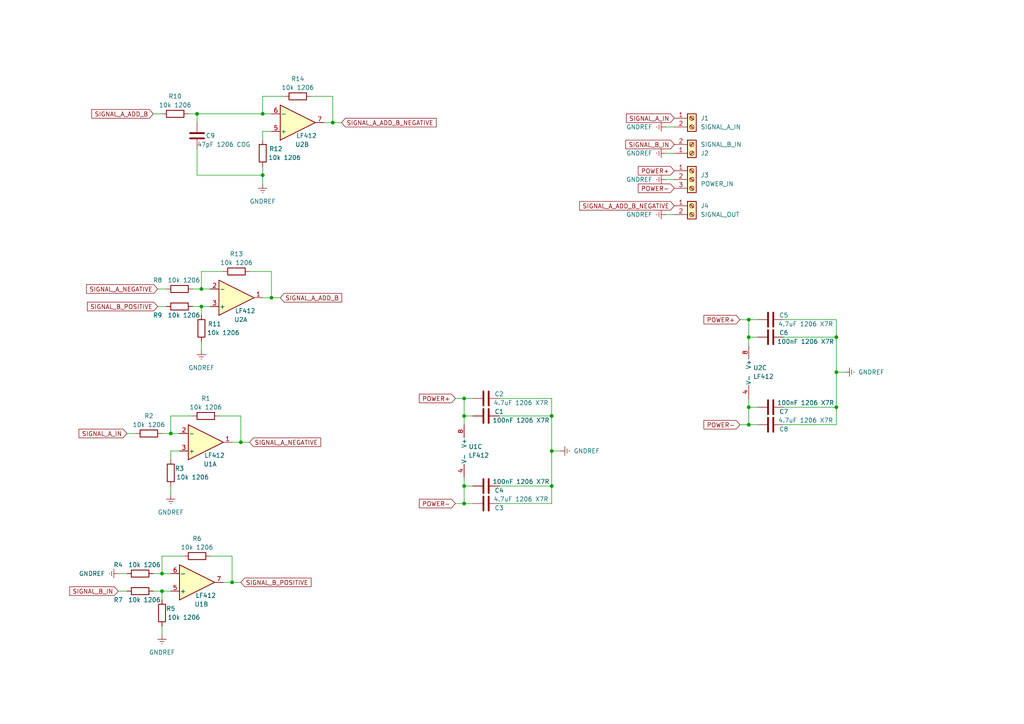
<source format=kicad_sch>
(kicad_sch (version 20230121) (generator eeschema)
  (paper "A4")
  (lib_symbols
    (symbol "Amplifier_Operational:LF412" (pin_names (offset 0.127))
      (property "Reference" "U" (at 0 5.08 0))
      (property "Value" "LF412" (at 0 -5.08 0))
      (symbol "LF412_1_1"
        (polyline (pts (xy -5.08 5.08) (xy 5.08 0) (xy -5.08 -5.08) (xy -5.08 5.08)) (stroke (width 0.254)) (fill (type background)))
        (pin output line (at 7.62 0 180) (length 2.54) (name "~") (number "1"))
        (pin input line (at -7.62 -2.54 0) (length 2.54) (name "-") (number "2"))
        (pin input line (at -7.62 2.54 0) (length 2.54) (name "+") (number "3"))
      )
      (symbol "LF412_2_1"
        (polyline (pts (xy -5.08 5.08) (xy 5.08 0) (xy -5.08 -5.08) (xy -5.08 5.08)) (stroke (width 0.254)) (fill (type background)))
        (pin input line (at -7.62 2.54 0) (length 2.54) (name "+") (number "5"))
        (pin input line (at -7.62 -2.54 0) (length 2.54) (name "-") (number "6"))
        (pin output line (at 7.62 0 180) (length 2.54) (name "~") (number "7"))
      )
      (symbol "LF412_3_1"
        (pin power_in line (at -2.54 -7.62 90) (length 3.81) (name "V-") (number "4"))
        (pin power_in line (at -2.54 7.62 270) (length 3.81) (name "V+") (number "8"))
      )
    )
    (symbol "Connector:Screw_Terminal_01x02" (pin_names (offset 1.016) hide)
      (property "Reference" "J" (at 0 2.54 0))
      (property "Value" "Screw_Terminal_01x02" (at 0 -5.08 0))
      (symbol "Screw_Terminal_01x02_1_1"
        (rectangle (start -1.27 1.27) (end 1.27 -3.81) (stroke (width 0.254)) (fill (type background)))
        (circle (center 0 -2.54) (radius 0.635) (stroke (width 0.1524)))
        (polyline (pts (xy -0.5334 -2.2098) (xy 0.3302 -3.048)) (stroke (width 0.1524)))
        (polyline (pts (xy -0.5334 0.3302) (xy 0.3302 -0.508)) (stroke (width 0.1524)))
        (polyline (pts (xy -0.3556 -2.032) (xy 0.508 -2.8702)) (stroke (width 0.1524)))
        (polyline (pts (xy -0.3556 0.508) (xy 0.508 -0.3302)) (stroke (width 0.1524)))
        (circle (center 0 0) (radius 0.635) (stroke (width 0.1524)))
        (pin passive line (at -5.08 0 0) (length 3.81) (name "Pin_1") (number "1"))
        (pin passive line (at -5.08 -2.54 0) (length 3.81) (name "Pin_2") (number "2"))
      )
    )
    (symbol "Connector:Screw_Terminal_01x03" (pin_names (offset 1.016) hide)
      (property "Reference" "J" (at 0 5.08 0))
      (property "Value" "Screw_Terminal_01x03" (at 0 -5.08 0))
      (symbol "Screw_Terminal_01x03_1_1"
        (rectangle (start -1.27 3.81) (end 1.27 -3.81) (stroke (width 0.254)) (fill (type background)))
        (circle (center 0 -2.54) (radius 0.635) (stroke (width 0.1524)))
        (polyline (pts (xy -0.5334 -2.2098) (xy 0.3302 -3.048)) (stroke (width 0.1524)))
        (polyline (pts (xy -0.5334 0.3302) (xy 0.3302 -0.508)) (stroke (width 0.1524)))
        (polyline (pts (xy -0.5334 2.8702) (xy 0.3302 2.032)) (stroke (width 0.1524)))
        (polyline (pts (xy -0.3556 -2.032) (xy 0.508 -2.8702)) (stroke (width 0.1524)))
        (polyline (pts (xy -0.3556 0.508) (xy 0.508 -0.3302)) (stroke (width 0.1524)))
        (polyline (pts (xy -0.3556 3.048) (xy 0.508 2.2098)) (stroke (width 0.1524)))
        (circle (center 0 0) (radius 0.635) (stroke (width 0.1524)))
        (circle (center 0 2.54) (radius 0.635) (stroke (width 0.1524)))
        (pin passive line (at -5.08 2.54 0) (length 3.81) (name "Pin_1") (number "1"))
        (pin passive line (at -5.08 0 0) (length 3.81) (name "Pin_2") (number "2"))
        (pin passive line (at -5.08 -2.54 0) (length 3.81) (name "Pin_3") (number "3"))
      )
    )
    (symbol "Device:C" (pin_numbers hide) (pin_names (offset 0.254))
      (property "Reference" "C" (at 0.635 2.54 0))
      (property "Value" "C" (at 0.635 -2.54 0))
      (symbol "C_0_1"
        (polyline (pts (xy -2.032 -0.762) (xy 2.032 -0.762)) (stroke (width 0.508)))
        (polyline (pts (xy -2.032 0.762) (xy 2.032 0.762)) (stroke (width 0.508)))
      )
      (symbol "C_1_1"
        (pin passive line (at 0 3.81 270) (length 2.794) (name "~") (number "1"))
        (pin passive line (at 0 -3.81 90) (length 2.794) (name "~") (number "2"))
      )
    )
    (symbol "Device:R" (pin_numbers hide) (pin_names (offset 0))
      (property "Reference" "R" (at 2.032 0 90))
      (property "Value" "R" (at 0 0 90))
      (symbol "R_0_1"
        (rectangle (start -1.016 -2.54) (end 1.016 2.54) (stroke (width 0.254)))
      )
      (symbol "R_1_1"
        (pin passive line (at 0 3.81 270) (length 1.27) (name "~") (number "1"))
        (pin passive line (at 0 -3.81 90) (length 1.27) (name "~") (number "2"))
      )
    )
    (symbol "power:GNDREF" (power) (pin_names (offset 0))
      (property "Value" "GNDREF" (at 0 -3.81 0))
      (symbol "GNDREF_0_1"
        (polyline (pts (xy -0.635 -1.905) (xy 0.635 -1.905)))
        (polyline (pts (xy -0.127 -2.54) (xy 0.127 -2.54)))
        (polyline (pts (xy 0 -1.27) (xy 0 0)))
        (polyline (pts (xy 1.27 -1.27) (xy -1.27 -1.27)))
      )
      (symbol "GNDREF_1_1"
        (pin power_in line (at 0 0 270) (length 0) hide (name "GNDREF") (number "1"))
      )
    )
  )
  (junction (at 67.31 168.91))
  (junction (at 69.85 128.27))
  (junction (at 78.74 86.36))
  (junction (at 217.17 92.71))
  (junction (at 242.57 118.11))
  (junction (at 134.62 146.05))
  (junction (at 217.17 97.79))
  (junction (at 134.62 115.57))
  (junction (at 96.52 35.56))
  (junction (at 49.53 125.73))
  (junction (at 160.02 130.81))
  (junction (at 160.02 140.97))
  (junction (at 217.17 123.19))
  (junction (at 160.02 120.65))
  (junction (at 46.99 166.37))
  (junction (at 242.57 107.95))
  (junction (at 76.2 33.02))
  (junction (at 58.42 83.82))
  (junction (at 217.17 118.11))
  (junction (at 242.57 97.79))
  (junction (at 134.62 140.97))
  (junction (at 58.42 88.9))
  (junction (at 76.2 50.8))
  (junction (at 57.15 33.02))
  (junction (at 46.99 171.45))
  (junction (at 134.62 120.65))
  (wire (pts (xy 53.34 161.29) (xy 46.99 161.29)))
  (wire (pts (xy 227.33 97.79) (xy 242.57 97.79)))
  (wire (pts (xy 144.78 146.05) (xy 160.02 146.05)))
  (wire (pts (xy 57.15 43.18) (xy 57.15 50.8)))
  (wire (pts (xy 90.17 27.94) (xy 96.52 27.94)))
  (wire (pts (xy 217.17 118.11) (xy 217.17 115.57)))
  (wire (pts (xy 76.2 50.8) (xy 76.2 53.34)))
  (wire (pts (xy 57.15 33.02) (xy 76.2 33.02)))
  (wire (pts (xy 44.45 166.37) (xy 46.99 166.37)))
  (wire (pts (xy 76.2 48.26) (xy 76.2 50.8)))
  (wire (pts (xy 242.57 97.79) (xy 242.57 92.71)))
  (wire (pts (xy 193.04 36.83) (xy 195.58 36.83)))
  (wire (pts (xy 144.78 120.65) (xy 160.02 120.65)))
  (wire (pts (xy 227.33 118.11) (xy 242.57 118.11)))
  (wire (pts (xy 193.04 62.23) (xy 195.58 62.23)))
  (wire (pts (xy 55.88 83.82) (xy 58.42 83.82)))
  (wire (pts (xy 64.77 78.74) (xy 58.42 78.74)))
  (wire (pts (xy 217.17 123.19) (xy 217.17 118.11)))
  (wire (pts (xy 96.52 27.94) (xy 96.52 35.56)))
  (wire (pts (xy 54.61 33.02) (xy 57.15 33.02)))
  (wire (pts (xy 160.02 120.65) (xy 160.02 115.57)))
  (wire (pts (xy 160.02 130.81) (xy 162.56 130.81)))
  (wire (pts (xy 69.85 128.27) (xy 72.39 128.27)))
  (wire (pts (xy 58.42 88.9) (xy 60.96 88.9)))
  (wire (pts (xy 58.42 83.82) (xy 60.96 83.82)))
  (wire (pts (xy 137.16 115.57) (xy 134.62 115.57)))
  (wire (pts (xy 134.62 120.65) (xy 134.62 123.19)))
  (wire (pts (xy 67.31 161.29) (xy 67.31 168.91)))
  (wire (pts (xy 49.53 140.97) (xy 49.53 143.51)))
  (wire (pts (xy 76.2 38.1) (xy 78.74 38.1)))
  (wire (pts (xy 214.63 92.71) (xy 217.17 92.71)))
  (wire (pts (xy 78.74 86.36) (xy 81.28 86.36)))
  (wire (pts (xy 60.96 161.29) (xy 67.31 161.29)))
  (wire (pts (xy 217.17 92.71) (xy 217.17 97.79)))
  (wire (pts (xy 242.57 107.95) (xy 245.11 107.95)))
  (wire (pts (xy 72.39 78.74) (xy 78.74 78.74)))
  (wire (pts (xy 46.99 181.61) (xy 46.99 184.15)))
  (wire (pts (xy 34.29 171.45) (xy 36.83 171.45)))
  (wire (pts (xy 69.85 128.27) (xy 67.31 128.27)))
  (wire (pts (xy 34.29 166.37) (xy 36.83 166.37)))
  (wire (pts (xy 214.63 123.19) (xy 217.17 123.19)))
  (wire (pts (xy 76.2 27.94) (xy 76.2 33.02)))
  (wire (pts (xy 44.45 33.02) (xy 46.99 33.02)))
  (wire (pts (xy 137.16 146.05) (xy 134.62 146.05)))
  (wire (pts (xy 219.71 118.11) (xy 217.17 118.11)))
  (wire (pts (xy 242.57 92.71) (xy 227.33 92.71)))
  (wire (pts (xy 69.85 120.65) (xy 69.85 128.27)))
  (wire (pts (xy 46.99 173.99) (xy 46.99 171.45)))
  (wire (pts (xy 67.31 168.91) (xy 69.85 168.91)))
  (wire (pts (xy 144.78 140.97) (xy 160.02 140.97)))
  (wire (pts (xy 82.55 27.94) (xy 76.2 27.94)))
  (wire (pts (xy 78.74 78.74) (xy 78.74 86.36)))
  (wire (pts (xy 36.83 125.73) (xy 39.37 125.73)))
  (wire (pts (xy 96.52 35.56) (xy 93.98 35.56)))
  (wire (pts (xy 134.62 146.05) (xy 134.62 140.97)))
  (wire (pts (xy 227.33 123.19) (xy 242.57 123.19)))
  (wire (pts (xy 55.88 88.9) (xy 58.42 88.9)))
  (wire (pts (xy 219.71 92.71) (xy 217.17 92.71)))
  (wire (pts (xy 78.74 86.36) (xy 76.2 86.36)))
  (wire (pts (xy 193.04 44.45) (xy 195.58 44.45)))
  (wire (pts (xy 46.99 166.37) (xy 49.53 166.37)))
  (wire (pts (xy 49.53 125.73) (xy 52.07 125.73)))
  (wire (pts (xy 46.99 161.29) (xy 46.99 166.37)))
  (wire (pts (xy 242.57 107.95) (xy 242.57 97.79)))
  (wire (pts (xy 58.42 78.74) (xy 58.42 83.82)))
  (wire (pts (xy 134.62 140.97) (xy 134.62 138.43)))
  (wire (pts (xy 217.17 97.79) (xy 217.17 100.33)))
  (wire (pts (xy 44.45 171.45) (xy 46.99 171.45)))
  (wire (pts (xy 55.88 120.65) (xy 49.53 120.65)))
  (wire (pts (xy 49.53 120.65) (xy 49.53 125.73)))
  (wire (pts (xy 76.2 40.64) (xy 76.2 38.1)))
  (wire (pts (xy 160.02 140.97) (xy 160.02 130.81)))
  (wire (pts (xy 58.42 99.06) (xy 58.42 101.6)))
  (wire (pts (xy 46.99 125.73) (xy 49.53 125.73)))
  (wire (pts (xy 160.02 130.81) (xy 160.02 120.65)))
  (wire (pts (xy 132.08 146.05) (xy 134.62 146.05)))
  (wire (pts (xy 45.72 83.82) (xy 48.26 83.82)))
  (wire (pts (xy 76.2 33.02) (xy 78.74 33.02)))
  (wire (pts (xy 132.08 115.57) (xy 134.62 115.57)))
  (wire (pts (xy 242.57 123.19) (xy 242.57 118.11)))
  (wire (pts (xy 63.5 120.65) (xy 69.85 120.65)))
  (wire (pts (xy 58.42 91.44) (xy 58.42 88.9)))
  (wire (pts (xy 137.16 140.97) (xy 134.62 140.97)))
  (wire (pts (xy 219.71 97.79) (xy 217.17 97.79)))
  (wire (pts (xy 96.52 35.56) (xy 99.06 35.56)))
  (wire (pts (xy 160.02 146.05) (xy 160.02 140.97)))
  (wire (pts (xy 67.31 168.91) (xy 64.77 168.91)))
  (wire (pts (xy 45.72 88.9) (xy 48.26 88.9)))
  (wire (pts (xy 49.53 130.81) (xy 52.07 130.81)))
  (wire (pts (xy 193.04 52.07) (xy 195.58 52.07)))
  (wire (pts (xy 46.99 171.45) (xy 49.53 171.45)))
  (wire (pts (xy 160.02 115.57) (xy 144.78 115.57)))
  (wire (pts (xy 57.15 50.8) (xy 76.2 50.8)))
  (wire (pts (xy 242.57 118.11) (xy 242.57 107.95)))
  (wire (pts (xy 49.53 133.35) (xy 49.53 130.81)))
  (wire (pts (xy 57.15 33.02) (xy 57.15 35.56)))
  (wire (pts (xy 134.62 115.57) (xy 134.62 120.65)))
  (wire (pts (xy 137.16 120.65) (xy 134.62 120.65)))
  (wire (pts (xy 219.71 123.19) (xy 217.17 123.19)))
  (global_label "SIGNAL_A_IN" (shape input) (at 195.58 34.29 180) (property "Intersheetrefs" "${INTERSHEET_REFS}" (effects hide)))
  (global_label "SIGNAL_B_IN" (shape input) (at 34.29 171.45 180) (property "Intersheetrefs" "${INTERSHEET_REFS}" (effects hide)))
  (global_label "SIGNAL_A_ADD_B_NEGATIVE" (shape input) (at 195.58 59.69 180) (property "Intersheetrefs" "${INTERSHEET_REFS}" (effects hide)))
  (global_label "SIGNAL_A_ADD_B_NEGATIVE" (shape input) (at 99.06 35.56 0) (property "Intersheetrefs" "${INTERSHEET_REFS}" (effects hide)))
  (global_label "POWER+" (shape input) (at 195.58 49.53 180) (property "Intersheetrefs" "${INTERSHEET_REFS}" (effects hide)))
  (global_label "SIGNAL_A_NEGATIVE" (shape input) (at 72.39 128.27 0) (property "Intersheetrefs" "${INTERSHEET_REFS}" (effects hide)))
  (global_label "SIGNAL_A_IN" (shape input) (at 36.83 125.73 180) (property "Intersheetrefs" "${INTERSHEET_REFS}" (effects hide)))
  (global_label "POWER-" (shape input) (at 214.63 123.19 180) (property "Intersheetrefs" "${INTERSHEET_REFS}" (effects hide)))
  (global_label "POWER+" (shape input) (at 132.08 115.57 180) (property "Intersheetrefs" "${INTERSHEET_REFS}" (effects hide)))
  (global_label "POWER-" (shape input) (at 132.08 146.05 180) (property "Intersheetrefs" "${INTERSHEET_REFS}" (effects hide)))
  (global_label "POWER-" (shape input) (at 195.58 54.61 180) (property "Intersheetrefs" "${INTERSHEET_REFS}" (effects hide)))
  (global_label "SIGNAL_A_ADD_B" (shape input) (at 81.28 86.36 0) (property "Intersheetrefs" "${INTERSHEET_REFS}" (effects hide)))
  (global_label "SIGNAL_B_POSITIVE" (shape input) (at 69.85 168.91 0) (property "Intersheetrefs" "${INTERSHEET_REFS}" (effects hide)))
  (global_label "SIGNAL_A_NEGATIVE" (shape input) (at 45.72 83.82 180) (property "Intersheetrefs" "${INTERSHEET_REFS}" (effects hide)))
  (global_label "SIGNAL_B_POSITIVE" (shape input) (at 45.72 88.9 180) (property "Intersheetrefs" "${INTERSHEET_REFS}" (effects hide)))
  (global_label "SIGNAL_B_IN" (shape input) (at 195.58 41.91 180) (property "Intersheetrefs" "${INTERSHEET_REFS}" (effects hide)))
  (global_label "POWER+" (shape input) (at 214.63 92.71 180) (property "Intersheetrefs" "${INTERSHEET_REFS}" (effects hide)))
  (global_label "SIGNAL_A_ADD_B" (shape input) (at 44.45 33.02 180) (property "Intersheetrefs" "${INTERSHEET_REFS}" (effects hide)))
  (symbol (lib_id "Device:R") (at 46.99 177.8 180) (unit 1)
    (property "Reference" "R5" (at 49.53 176.53 0))
    (property "Value" "10k 1206" (at 53.34 179.07 0))
    (property "Footprint" "Resistor_SMD:R_1206_3216Metric" (effects hide))
  )
  (symbol (lib_id "Device:C") (at 140.97 146.05 90) (mirror x) (unit 1)
    (property "Reference" "C3" (at 144.78 147.32 90))
    (property "Value" "4.7uF 1206 X7R" (at 151.13 144.78 90))
    (property "Footprint" "Capacitor_SMD:C_1206_3216Metric" (effects hide))
  )
  (symbol (lib_id "Device:R") (at 57.15 161.29 90) (unit 1)
    (property "Reference" "R6" (at 57.15 156.21 90))
    (property "Value" "10k 1206" (at 57.15 158.75 90))
    (property "Footprint" "Resistor_SMD:R_1206_3216Metric" (effects hide))
  )
  (symbol (lib_id "Device:R") (at 68.58 78.74 90) (unit 1)
    (property "Reference" "R13" (at 68.58 73.66 90))
    (property "Value" "10k 1206" (at 68.58 76.2 90))
    (property "Footprint" "Resistor_SMD:R_1206_3216Metric" (effects hide))
  )
  (symbol (lib_id "Connector:Screw_Terminal_01x02") (at 200.66 34.29 0) (unit 1)
    (property "Reference" "J1" (at 203.2 34.29 0) (effects (justify left)))
    (property "Value" "SIGNAL_A_IN" (at 203.2 36.83 0) (effects (justify left)))
    (property "Footprint" "Customer_Connector:2EDG-5.08mm_2P_Horizontal" (effects hide))
  )
  (symbol (lib_id "Device:C") (at 223.52 92.71 90) (unit 1)
    (property "Reference" "C5" (at 227.33 91.44 90))
    (property "Value" "4.7uF 1206 X7R" (at 233.68 93.98 90))
    (property "Footprint" "Capacitor_SMD:C_1206_3216Metric" (effects hide))
  )
  (symbol (lib_id "Amplifier_Operational:LF412") (at 86.36 35.56 0) (mirror x) (unit 2)
    (property "Reference" "U2" (at 87.63 41.91 0))
    (property "Value" "LF412" (at 88.9 39.37 0))
    (property "Footprint" "Package_SO:SOIC-8_3.9x4.9mm_P1.27mm" (effects hide))
    (property "Datasheet" "http://www.ti.com/lit/ds/symlink/lm358.pdf" (effects hide))
  )
  (symbol (lib_id "Amplifier_Operational:LF412") (at 137.16 130.81 0) (unit 3)
    (property "Reference" "U1" (at 135.89 129.54 0) (effects (justify left)))
    (property "Value" "LF412" (at 135.89 132.08 0) (effects (justify left)))
    (property "Footprint" "Package_SO:SOIC-8_3.9x4.9mm_P1.27mm" (effects hide))
    (property "Datasheet" "http://www.ti.com/lit/ds/symlink/lm358.pdf" (effects hide))
  )
  (symbol (lib_id "Device:C") (at 140.97 115.57 90) (unit 1)
    (property "Reference" "C2" (at 144.78 114.3 90))
    (property "Value" "4.7uF 1206 X7R" (at 151.13 116.84 90))
    (property "Footprint" "Capacitor_SMD:C_1206_3216Metric" (effects hide))
  )
  (symbol (lib_id "Connector:Screw_Terminal_01x02") (at 200.66 44.45 0) (mirror x) (unit 1)
    (property "Reference" "J2" (at 203.2 44.45 0) (effects (justify left)))
    (property "Value" "SIGNAL_B_IN" (at 203.2 41.91 0) (effects (justify left)))
    (property "Footprint" "Customer_Connector:2EDG-5.08mm_2P_Horizontal" (effects hide))
  )
  (symbol (lib_id "power:GNDREF") (at 193.04 36.83 270) (unit 1)
    (property "Reference" "#PWR04" (effects hide))
    (property "Value" "GNDREF" (at 189.23 36.83 90) (effects (justify right)))
  )
  (symbol (lib_id "Device:R") (at 50.8 33.02 90) (unit 1)
    (property "Reference" "R10" (at 50.8 27.94 90))
    (property "Value" "10k 1206" (at 50.8 30.48 90))
    (property "Footprint" "Resistor_SMD:R_1206_3216Metric" (effects hide))
  )
  (symbol (lib_id "power:GNDREF") (at 162.56 130.81 90) (unit 1)
    (property "Reference" "#PWR09" (effects hide))
    (property "Value" "GNDREF" (at 166.37 130.81 90) (effects (justify right)))
  )
  (symbol (lib_id "Device:R") (at 76.2 44.45 180) (unit 1)
    (property "Reference" "R12" (at 80.01 43.18 0))
    (property "Value" "10k 1206" (at 82.55 45.72 0))
    (property "Footprint" "Resistor_SMD:R_1206_3216Metric" (effects hide))
  )
  (symbol (lib_id "power:GNDREF") (at 76.2 53.34 0) (unit 1)
    (property "Reference" "#PWR06" (effects hide))
    (property "Value" "GNDREF" (at 76.2 58.42 0))
  )
  (symbol (lib_id "power:GNDREF") (at 193.04 44.45 270) (unit 1)
    (property "Reference" "#PWR07" (effects hide))
    (property "Value" "GNDREF" (at 189.23 44.45 90) (effects (justify right)))
  )
  (symbol (lib_id "power:GNDREF") (at 49.53 143.51 0) (unit 1)
    (property "Reference" "#PWR01" (effects hide))
    (property "Value" "GNDREF" (at 49.53 148.59 0))
  )
  (symbol (lib_id "Device:C") (at 223.52 118.11 90) (mirror x) (unit 1)
    (property "Reference" "C7" (at 227.33 119.38 90))
    (property "Value" "100nF 1206 X7R" (at 233.68 116.84 90))
    (property "Footprint" "Capacitor_SMD:C_1206_3216Metric" (effects hide))
  )
  (symbol (lib_id "Amplifier_Operational:LF412") (at 68.58 86.36 0) (mirror x) (unit 1)
    (property "Reference" "U2" (at 69.85 92.71 0))
    (property "Value" "LF412" (at 71.12 90.17 0))
    (property "Footprint" "Package_SO:SOIC-8_3.9x4.9mm_P1.27mm" (effects hide))
    (property "Datasheet" "http://www.ti.com/lit/ds/symlink/lm358.pdf" (effects hide))
  )
  (symbol (lib_id "Device:R") (at 40.64 166.37 90) (unit 1)
    (property "Reference" "R4" (at 34.29 163.83 90))
    (property "Value" "10k 1206" (at 41.91 163.83 90))
    (property "Footprint" "Resistor_SMD:R_1206_3216Metric" (effects hide))
  )
  (symbol (lib_id "Device:R") (at 52.07 83.82 90) (unit 1)
    (property "Reference" "R8" (at 45.72 81.28 90))
    (property "Value" "10k 1206" (at 53.34 81.28 90))
    (property "Footprint" "Resistor_SMD:R_1206_3216Metric" (effects hide))
  )
  (symbol (lib_id "Connector:Screw_Terminal_01x03") (at 200.66 52.07 0) (unit 1)
    (property "Reference" "J3" (at 203.2 50.8 0) (effects (justify left)))
    (property "Value" "POWER_IN" (at 203.2 53.34 0) (effects (justify left)))
    (property "Footprint" "Customer_Connector:2EDG-5.08mm_3P_Horizontal" (effects hide))
  )
  (symbol (lib_id "Device:R") (at 59.69 120.65 90) (unit 1)
    (property "Reference" "R1" (at 59.69 115.57 90))
    (property "Value" "10k 1206" (at 59.69 118.11 90))
    (property "Footprint" "Resistor_SMD:R_1206_3216Metric" (effects hide))
  )
  (symbol (lib_id "power:GNDREF") (at 245.11 107.95 90) (unit 1)
    (property "Reference" "#PWR010" (effects hide))
    (property "Value" "GNDREF" (at 248.92 107.95 90) (effects (justify right)))
  )
  (symbol (lib_id "power:GNDREF") (at 193.04 62.23 270) (unit 1)
    (property "Reference" "#PWR011" (effects hide))
    (property "Value" "GNDREF" (at 189.23 62.23 90) (effects (justify right)))
  )
  (symbol (lib_id "Device:C") (at 140.97 140.97 90) (mirror x) (unit 1)
    (property "Reference" "C4" (at 144.78 142.24 90))
    (property "Value" "100nF 1206 X7R" (at 151.13 139.7 90))
    (property "Footprint" "Capacitor_SMD:C_1206_3216Metric" (effects hide))
  )
  (symbol (lib_id "Device:C") (at 223.52 97.79 90) (unit 1)
    (property "Reference" "C6" (at 227.33 96.52 90))
    (property "Value" "100nF 1206 X7R" (at 233.68 99.06 90))
    (property "Footprint" "Capacitor_SMD:C_1206_3216Metric" (effects hide))
  )
  (symbol (lib_id "Device:R") (at 40.64 171.45 90) (unit 1)
    (property "Reference" "R7" (at 34.29 173.99 90))
    (property "Value" "10k 1206" (at 41.91 173.99 90))
    (property "Footprint" "Resistor_SMD:R_1206_3216Metric" (effects hide))
  )
  (symbol (lib_id "Device:C") (at 223.52 123.19 90) (mirror x) (unit 1)
    (property "Reference" "C8" (at 227.33 124.46 90))
    (property "Value" "4.7uF 1206 X7R" (at 233.68 121.92 90))
    (property "Footprint" "Capacitor_SMD:C_1206_3216Metric" (effects hide))
  )
  (symbol (lib_id "power:GNDREF") (at 193.04 52.07 270) (unit 1)
    (property "Reference" "#PWR08" (effects hide))
    (property "Value" "GNDREF" (at 189.23 52.07 90) (effects (justify right)))
  )
  (symbol (lib_id "power:GNDREF") (at 34.29 166.37 270) (unit 1)
    (property "Reference" "#PWR03" (effects hide))
    (property "Value" "GNDREF" (at 30.48 166.37 90) (effects (justify right)))
  )
  (symbol (lib_id "Device:C") (at 57.15 39.37 0) (unit 1)
    (property "Reference" "C9" (at 59.69 39.37 0) (effects (justify left)))
    (property "Value" "47pF 1206 COG" (at 57.15 41.91 0) (effects (justify left)))
    (property "Footprint" "Capacitor_SMD:C_1206_3216Metric" (effects hide))
  )
  (symbol (lib_id "power:GNDREF") (at 46.99 184.15 0) (unit 1)
    (property "Reference" "#PWR02" (effects hide))
    (property "Value" "GNDREF" (at 46.99 189.23 0))
  )
  (symbol (lib_id "Device:C") (at 140.97 120.65 90) (unit 1)
    (property "Reference" "C1" (at 144.78 119.38 90))
    (property "Value" "100nF 1206 X7R" (at 151.13 121.92 90))
    (property "Footprint" "Capacitor_SMD:C_1206_3216Metric" (effects hide))
  )
  (symbol (lib_id "Device:R") (at 49.53 137.16 180) (unit 1)
    (property "Reference" "R3" (at 52.07 135.89 0))
    (property "Value" "10k 1206" (at 55.88 138.43 0))
    (property "Footprint" "Resistor_SMD:R_1206_3216Metric" (effects hide))
  )
  (symbol (lib_id "Device:R") (at 43.18 125.73 90) (unit 1)
    (property "Reference" "R2" (at 43.18 120.65 90))
    (property "Value" "10k 1206" (at 43.18 123.19 90))
    (property "Footprint" "Resistor_SMD:R_1206_3216Metric" (effects hide))
  )
  (symbol (lib_id "Amplifier_Operational:LF412") (at 57.15 168.91 0) (mirror x) (unit 2)
    (property "Reference" "U1" (at 58.42 175.26 0))
    (property "Value" "LF412" (at 59.69 172.72 0))
    (property "Footprint" "Package_SO:SOIC-8_3.9x4.9mm_P1.27mm" (effects hide))
    (property "Datasheet" "http://www.ti.com/lit/ds/symlink/lm358.pdf" (effects hide))
  )
  (symbol (lib_id "power:GNDREF") (at 58.42 101.6 0) (unit 1)
    (property "Reference" "#PWR05" (effects hide))
    (property "Value" "GNDREF" (at 58.42 106.68 0))
  )
  (symbol (lib_id "Amplifier_Operational:LF412") (at 219.71 107.95 0) (unit 3)
    (property "Reference" "U2" (at 218.44 106.68 0) (effects (justify left)))
    (property "Value" "LF412" (at 218.44 109.22 0) (effects (justify left)))
    (property "Footprint" "Package_SO:SOIC-8_3.9x4.9mm_P1.27mm" (effects hide))
    (property "Datasheet" "http://www.ti.com/lit/ds/symlink/lm358.pdf" (effects hide))
  )
  (symbol (lib_id "Device:R") (at 86.36 27.94 90) (unit 1)
    (property "Reference" "R14" (at 86.36 22.86 90))
    (property "Value" "10k 1206" (at 86.36 25.4 90))
    (property "Footprint" "Resistor_SMD:R_1206_3216Metric" (effects hide))
  )
  (symbol (lib_id "Device:R") (at 52.07 88.9 90) (unit 1)
    (property "Reference" "R9" (at 45.72 91.44 90))
    (property "Value" "10k 1206" (at 53.34 91.44 90))
    (property "Footprint" "Resistor_SMD:R_1206_3216Metric" (effects hide))
  )
  (symbol (lib_id "Connector:Screw_Terminal_01x02") (at 200.66 59.69 0) (unit 1)
    (property "Reference" "J4" (at 203.2 59.69 0) (effects (justify left)))
    (property "Value" "SIGNAL_OUT" (at 203.2 62.23 0) (effects (justify left)))
    (property "Footprint" "Customer_Connector:2EDG-5.08mm_2P_Horizontal" (effects hide))
  )
  (symbol (lib_id "Device:R") (at 58.42 95.25 180) (unit 1)
    (property "Reference" "R11" (at 62.23 93.98 0))
    (property "Value" "10k 1206" (at 64.77 96.52 0))
    (property "Footprint" "Resistor_SMD:R_1206_3216Metric" (effects hide))
  )
  (symbol (lib_id "Amplifier_Operational:LF412") (at 59.69 128.27 0) (mirror x) (unit 1)
    (property "Reference" "U1" (at 60.96 134.62 0))
    (property "Value" "LF412" (at 62.23 132.08 0))
    (property "Footprint" "Package_SO:SOIC-8_3.9x4.9mm_P1.27mm" (effects hide))
    (property "Datasheet" "http://www.ti.com/lit/ds/symlink/lm358.pdf" (effects hide))
  )
)
</source>
